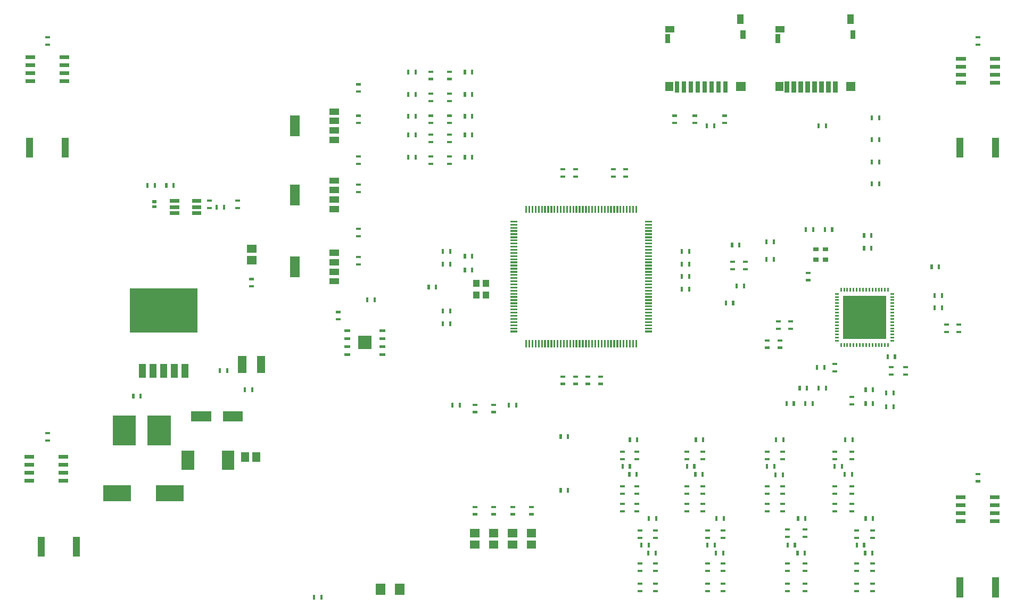
<source format=gbr>
G04 start of page 15 for group -4015 idx -4015 *
G04 Title: DAISI, toppaste *
G04 Creator: pcb 20140316 *
G04 CreationDate: Thu 05 Jul 2018 06:59:21 PM GMT UTC *
G04 For: afonsop *
G04 Format: Gerber/RS-274X *
G04 PCB-Dimensions (mil): 6540.00 4540.00 *
G04 PCB-Coordinate-Origin: lower left *
%MOIN*%
%FSLAX25Y25*%
%LNTOPPASTE*%
%ADD198R,0.0177X0.0177*%
%ADD197R,0.0787X0.0787*%
%ADD196R,0.0630X0.0630*%
%ADD195R,0.0600X0.0600*%
%ADD194R,0.0984X0.0984*%
%ADD193R,0.0512X0.0512*%
%ADD192R,0.0276X0.0276*%
%ADD191R,0.0315X0.0315*%
%ADD190R,0.0256X0.0256*%
%ADD189C,0.0001*%
%ADD188R,0.0100X0.0100*%
%ADD187R,0.0236X0.0236*%
%ADD186R,0.0197X0.0197*%
%ADD185R,0.1450X0.1450*%
%ADD184R,0.0512X0.0512*%
%ADD183R,0.0591X0.0591*%
%ADD182R,0.0394X0.0394*%
%ADD181R,0.0433X0.0433*%
%ADD180R,0.0236X0.0236*%
%ADD179R,0.0140X0.0140*%
%ADD178R,0.0110X0.0110*%
%ADD177R,0.2752X0.2752*%
%ADD176R,0.0421X0.0421*%
G54D176*X94882Y214000D02*Y209709D01*
X101575Y214000D02*Y209709D01*
X108268Y214000D02*Y209709D01*
X114961Y214000D02*Y209709D01*
X121654Y214000D02*Y209709D01*
G54D177*X100768Y249630D02*X115768D01*
G54D178*X335308Y230485D02*Y227087D01*
X337276Y230485D02*Y227087D01*
X339245Y230485D02*Y227087D01*
X341213Y230485D02*Y227087D01*
X343182Y230485D02*Y227087D01*
X345150Y230485D02*Y227087D01*
X347119Y230485D02*Y227087D01*
X349087Y230485D02*Y227087D01*
X351056Y230485D02*Y227087D01*
X353024Y230485D02*Y227087D01*
X354993Y230485D02*Y227087D01*
X356961Y230485D02*Y227087D01*
X358930Y230485D02*Y227087D01*
X360898Y230485D02*Y227087D01*
X362867Y230485D02*Y227087D01*
X364835Y230485D02*Y227087D01*
X366804Y230485D02*Y227087D01*
X368772Y230485D02*Y227087D01*
X370741Y230485D02*Y227087D01*
X372709Y230485D02*Y227087D01*
X374678Y230485D02*Y227087D01*
X376646Y230485D02*Y227087D01*
X378615Y230485D02*Y227087D01*
X380583Y230485D02*Y227087D01*
X382552Y230485D02*Y227087D01*
X384520Y230485D02*Y227087D01*
X386489Y230485D02*Y227087D01*
X388457Y230485D02*Y227087D01*
X390426Y230485D02*Y227087D01*
X392394Y230485D02*Y227087D01*
X394363Y230485D02*Y227087D01*
X396331Y230485D02*Y227087D01*
X398300Y230485D02*Y227087D01*
X400268Y230485D02*Y227087D01*
X402237Y230485D02*Y227087D01*
X404205Y230485D02*Y227087D01*
X410177Y236458D02*X413575D01*
X410177Y238426D02*X413575D01*
X410177Y240395D02*X413575D01*
X410177Y242363D02*X413575D01*
X410177Y244331D02*X413575D01*
X410177Y246300D02*X413575D01*
X410177Y248269D02*X413575D01*
X410177Y250237D02*X413575D01*
X410177Y252206D02*X413575D01*
X410177Y254174D02*X413575D01*
X410177Y256143D02*X413575D01*
X410177Y258111D02*X413575D01*
X410177Y260080D02*X413575D01*
X410177Y262048D02*X413575D01*
X410177Y264017D02*X413575D01*
X410177Y265985D02*X413575D01*
X410177Y267954D02*X413575D01*
X410177Y269922D02*X413575D01*
X410177Y271891D02*X413575D01*
X410177Y273859D02*X413575D01*
X410177Y275828D02*X413575D01*
X410177Y277796D02*X413575D01*
X410177Y279765D02*X413575D01*
X410177Y281733D02*X413575D01*
X410177Y283702D02*X413575D01*
X410177Y285670D02*X413575D01*
X410177Y287639D02*X413575D01*
X410177Y289607D02*X413575D01*
X410177Y291576D02*X413575D01*
X410177Y293544D02*X413575D01*
X410177Y295513D02*X413575D01*
X410177Y297481D02*X413575D01*
X410177Y299450D02*X413575D01*
X410177Y301418D02*X413575D01*
X410177Y303387D02*X413575D01*
X410177Y305355D02*X413575D01*
X404204Y314724D02*Y311327D01*
X402236Y314724D02*Y311327D01*
X400267Y314724D02*Y311327D01*
X398299Y314724D02*Y311327D01*
X396330Y314724D02*Y311327D01*
X394362Y314724D02*Y311327D01*
X392393Y314724D02*Y311327D01*
X390425Y314724D02*Y311327D01*
X388456Y314724D02*Y311327D01*
X386488Y314724D02*Y311327D01*
X384519Y314724D02*Y311327D01*
X382551Y314724D02*Y311327D01*
X380582Y314724D02*Y311327D01*
X378614Y314724D02*Y311327D01*
X376645Y314724D02*Y311327D01*
X374677Y314724D02*Y311327D01*
X372708Y314724D02*Y311327D01*
X370740Y314724D02*Y311327D01*
X368771Y314724D02*Y311327D01*
X366803Y314724D02*Y311327D01*
X364834Y314724D02*Y311327D01*
X362866Y314724D02*Y311327D01*
X360897Y314724D02*Y311327D01*
X358929Y314724D02*Y311327D01*
X356960Y314724D02*Y311327D01*
X354992Y314724D02*Y311327D01*
X353023Y314724D02*Y311327D01*
X351055Y314724D02*Y311327D01*
X349086Y314724D02*Y311327D01*
X347118Y314724D02*Y311327D01*
X345149Y314724D02*Y311327D01*
X343181Y314724D02*Y311327D01*
X341212Y314724D02*Y311327D01*
X339244Y314724D02*Y311327D01*
X337275Y314724D02*Y311327D01*
X335307Y314724D02*Y311327D01*
X325937Y305354D02*X329335D01*
X325937Y303386D02*X329335D01*
X325937Y301417D02*X329335D01*
X325937Y299449D02*X329335D01*
X325937Y297480D02*X329335D01*
X325937Y295512D02*X329335D01*
X325937Y293543D02*X329335D01*
X325937Y291575D02*X329335D01*
X325937Y289606D02*X329335D01*
X325937Y287638D02*X329335D01*
X325937Y285669D02*X329335D01*
X325937Y283701D02*X329335D01*
X325937Y281731D02*X329335D01*
X325937Y279764D02*X329335D01*
X325937Y277795D02*X329335D01*
X325937Y275827D02*X329335D01*
X325937Y273858D02*X329335D01*
X325937Y271890D02*X329335D01*
X325937Y269921D02*X329335D01*
X325937Y267953D02*X329335D01*
X325937Y265984D02*X329335D01*
X325937Y264016D02*X329335D01*
X325937Y262047D02*X329335D01*
X325937Y260079D02*X329335D01*
X325937Y258110D02*X329335D01*
X325937Y256142D02*X329335D01*
X325937Y254173D02*X329335D01*
X325937Y252205D02*X329335D01*
X325937Y250236D02*X329335D01*
X325937Y248268D02*X329335D01*
X325937Y246299D02*X329335D01*
X325937Y244331D02*X329335D01*
X325937Y242362D02*X329335D01*
X325937Y240394D02*X329335D01*
X325937Y238425D02*X329335D01*
X325937Y236457D02*X329335D01*
G54D179*X432739Y287477D02*Y285877D01*
X437339Y287477D02*Y285877D01*
X207024Y70942D02*Y69342D01*
X202424Y70942D02*Y69342D01*
X617310Y142645D02*X618910D01*
X617310Y147245D02*X618910D01*
G54D180*X605610Y132760D02*X609350D01*
X605610Y127760D02*X609350D01*
X605610Y122760D02*X609350D01*
X605610Y117760D02*X609350D01*
X626870D02*X630610D01*
X626870Y122760D02*X630610D01*
X626870Y127760D02*X630610D01*
X626870Y132760D02*X630610D01*
G54D181*X629134Y80181D02*Y71913D01*
X607087Y80181D02*Y71913D01*
G54D179*X229515Y278472D02*X231115D01*
X229515Y283072D02*X231115D01*
X229515Y296188D02*X231115D01*
X229515Y300788D02*X231115D01*
G54D182*X214173Y267976D02*X216142D01*
X214173Y273882D02*X216142D01*
X214173Y279787D02*X216142D01*
X214173Y285693D02*X216142D01*
G54D183*X190354Y280378D02*Y273291D01*
G54D182*X214173Y313252D02*X216142D01*
X214173Y319157D02*X216142D01*
X214173Y325063D02*X216142D01*
X214173Y330969D02*X216142D01*
G54D183*X190354Y325654D02*Y318567D01*
G54D182*X214173Y356559D02*X216142D01*
X214173Y362465D02*X216142D01*
X214173Y368370D02*X216142D01*
X214173Y374276D02*X216142D01*
G54D183*X190354Y368961D02*Y361874D01*
G54D179*X162586Y269292D02*X164186D01*
X162586Y264692D02*X164186D01*
G54D184*X162993Y281166D02*X163779D01*
X162993Y288252D02*X163779D01*
G54D179*X147969Y212674D02*Y211074D01*
X143369Y212674D02*Y211074D01*
G54D185*X105388Y176472D02*Y172472D01*
X83588Y176472D02*Y172472D01*
G54D179*X163717Y200863D02*Y199263D01*
X159117Y200863D02*Y199263D01*
X229515Y323747D02*X231115D01*
X229515Y328347D02*X231115D01*
X229515Y341464D02*X231115D01*
X229515Y346064D02*X231115D01*
X229515Y367054D02*X231115D01*
X229515Y371654D02*X231115D01*
X229515Y386739D02*X231115D01*
X229515Y391339D02*X231115D01*
G54D186*X101969Y317779D02*X102755D01*
X101969Y314631D02*X102755D01*
G54D179*X98094Y328816D02*Y327216D01*
X102694Y328816D02*Y327216D01*
X109905Y328816D02*Y327216D01*
X114505Y328816D02*Y327216D01*
G54D187*X113385Y318173D02*X116929D01*
X113385Y314433D02*X116929D01*
X113385Y310693D02*X116929D01*
X127165Y310692D02*X130709D01*
X127165Y314433D02*X130709D01*
X127164Y318173D02*X130708D01*
G54D179*X356952Y137871D02*Y136271D01*
X361552Y137871D02*Y136271D01*
G54D182*X304134Y266992D02*Y266598D01*
Y259512D02*Y259118D01*
X310039Y259512D02*Y259118D01*
Y266992D02*Y266598D01*
G54D188*X563886Y230575D02*X565248D01*
X563886Y232543D02*X565248D01*
X563886Y234512D02*X565248D01*
X563886Y236480D02*X565248D01*
X563886Y238449D02*X565248D01*
X563886Y240417D02*X565248D01*
X563886Y242386D02*X565248D01*
X563886Y244354D02*X565248D01*
X563886Y246323D02*X565248D01*
X563886Y248291D02*X565248D01*
X563886Y250260D02*X565248D01*
X563886Y252228D02*X565248D01*
X563886Y254197D02*X565248D01*
X563886Y256165D02*X565248D01*
X563886Y258134D02*X565248D01*
X563886Y260102D02*X565248D01*
X529240D02*X530602D01*
X529240Y258134D02*X530602D01*
X529240Y256165D02*X530602D01*
X529240Y254197D02*X530602D01*
X529240Y252228D02*X530602D01*
X529240Y250260D02*X530602D01*
X529240Y248291D02*X530602D01*
X529240Y246323D02*X530602D01*
X529240Y244354D02*X530602D01*
X529240Y242386D02*X530602D01*
X529240Y240417D02*X530602D01*
X529240Y238449D02*X530602D01*
X529240Y236480D02*X530602D01*
X529240Y234512D02*X530602D01*
X529240Y232543D02*X530602D01*
X529240Y230575D02*X530602D01*
X562008Y263343D02*Y261980D01*
X560039Y263343D02*Y261980D01*
X558071Y263343D02*Y261980D01*
X556102Y263343D02*Y261980D01*
X554134Y263343D02*Y261980D01*
X552165Y263343D02*Y261980D01*
X550197Y263343D02*Y261980D01*
X548228Y263343D02*Y261980D01*
X546260Y263343D02*Y261980D01*
X544291Y263343D02*Y261980D01*
X542323Y263343D02*Y261980D01*
X540354Y263343D02*Y261980D01*
X538386Y263343D02*Y261980D01*
X536417Y263343D02*Y261980D01*
X534449Y263343D02*Y261980D01*
X532480Y263343D02*Y261980D01*
Y228697D02*Y227335D01*
X534449Y228697D02*Y227335D01*
X536417Y228697D02*Y227335D01*
X538386Y228697D02*Y227335D01*
X540354Y228697D02*Y227335D01*
X542323Y228697D02*Y227335D01*
X544291Y228697D02*Y227335D01*
X546260Y228697D02*Y227335D01*
X548228Y228697D02*Y227335D01*
X550197Y228697D02*Y227335D01*
X552165Y228697D02*Y227335D01*
X554134Y228697D02*Y227335D01*
X556102Y228697D02*Y227335D01*
X558071Y228697D02*Y227335D01*
X560039Y228697D02*Y227335D01*
X562008Y228697D02*Y227335D01*
G54D189*G36*
X533858Y258724D02*Y231953D01*
X560630D01*
Y258724D01*
X533858D01*
G37*
G54D179*X432739Y279603D02*Y278003D01*
X437339Y279603D02*Y278003D01*
X432739Y271729D02*Y270129D01*
X437339Y271729D02*Y270129D01*
X432739Y263855D02*Y262255D01*
X437339Y263855D02*Y262255D01*
X365342Y333590D02*X366942D01*
X365342Y338190D02*X366942D01*
X357468Y333590D02*X359068D01*
X357468Y338190D02*X359068D01*
X357468Y203669D02*X359068D01*
X357468Y208269D02*X359068D01*
X365342Y203669D02*X366942D01*
X365342Y208269D02*X366942D01*
X373216Y203669D02*X374816D01*
X373216Y208269D02*X374816D01*
X381090Y203669D02*X382690D01*
X381090Y208269D02*X382690D01*
X296913Y275666D02*Y274066D01*
X301513Y275666D02*Y274066D01*
X283133Y279603D02*Y278003D01*
X287733Y279603D02*Y278003D01*
X283133Y287477D02*Y285877D01*
X287733Y287477D02*Y285877D01*
X283133Y242202D02*Y240602D01*
X287733Y242202D02*Y240602D01*
X283133Y250076D02*Y248476D01*
X287733Y250076D02*Y248476D01*
X329072Y191020D02*Y189420D01*
X324472Y191020D02*Y189420D01*
X293639Y191020D02*Y189420D01*
X289039Y191020D02*Y189420D01*
X314161Y185952D02*X315761D01*
X314161Y190552D02*X315761D01*
X302350Y185952D02*X303950D01*
X302350Y190552D02*X303950D01*
X511011Y273229D02*X512611D01*
X511011Y268629D02*X512611D01*
G54D190*X516240Y287957D02*X517028D01*
X516240Y281461D02*X517028D01*
X522343D02*X523130D01*
X522343Y287957D02*X523130D01*
G54D179*X464898Y254997D02*Y253397D01*
X460298Y254997D02*Y253397D01*
X468835Y291414D02*Y289814D01*
X464235Y291414D02*Y289814D01*
X471788Y265824D02*Y264224D01*
X467188Y265824D02*Y264224D01*
X556434Y371139D02*Y369539D01*
X551834Y371139D02*Y369539D01*
X510495Y301257D02*Y299657D01*
X515095Y301257D02*Y299657D01*
X526906Y301257D02*Y299657D01*
X522306Y301257D02*Y299657D01*
X538570Y195473D02*X540170D01*
X538570Y190873D02*X540170D01*
X485420Y230906D02*X487020D01*
X485420Y226306D02*X487020D01*
X493294Y230906D02*X494894D01*
X493294Y226306D02*X494894D01*
X500184Y242717D02*X501784D01*
X500184Y238117D02*X501784D01*
X492310Y242717D02*X493910D01*
X492310Y238117D02*X493910D01*
X546913Y289446D02*Y287846D01*
X551513Y289446D02*Y287846D01*
X546913Y297320D02*Y295720D01*
X551513Y297320D02*Y295720D01*
X591204Y252044D02*Y250444D01*
X595804Y252044D02*Y250444D01*
X593835Y277635D02*Y276035D01*
X589235Y277635D02*Y276035D01*
X556434Y357359D02*Y355759D01*
X551834Y357359D02*Y355759D01*
X556434Y329800D02*Y328200D01*
X551834Y329800D02*Y328200D01*
X556434Y343580D02*Y341980D01*
X551834Y343580D02*Y341980D01*
X463767Y280119D02*X465367D01*
X463767Y275519D02*X465367D01*
X471641D02*X473241D01*
X471641Y280119D02*X473241D01*
X485889Y282556D02*Y280956D01*
X490489Y282556D02*Y280956D01*
X485889Y293383D02*Y291783D01*
X490489Y293383D02*Y291783D01*
X547897Y192005D02*Y190405D01*
X552497Y192005D02*Y190405D01*
X396838Y333590D02*X398438D01*
X396838Y338190D02*X398438D01*
X388964Y333590D02*X390564D01*
X388964Y338190D02*X390564D01*
X403728Y128544D02*X405328D01*
X403728Y123944D02*X405328D01*
X400259Y169367D02*Y167767D01*
X404859Y169367D02*Y167767D01*
X394869Y161024D02*X396469D01*
X394869Y156424D02*X396469D01*
X394869Y128544D02*X396469D01*
X394869Y123944D02*X396469D01*
X394869Y134771D02*X396469D01*
X394869Y139371D02*X396469D01*
X445066Y128544D02*X446666D01*
X445066Y123944D02*X446666D01*
X435224Y128544D02*X436824D01*
X435224Y123944D02*X436824D01*
X454393Y120154D02*Y118554D01*
X458993Y120154D02*Y118554D01*
X448019Y111812D02*X449619D01*
X448019Y107212D02*X449619D01*
X485420Y128544D02*X487020D01*
X485420Y123944D02*X487020D01*
X491794Y169367D02*Y167767D01*
X496394Y169367D02*Y167767D01*
X495263Y128544D02*X496863D01*
X495263Y123944D02*X496863D01*
X527743Y128544D02*X529343D01*
X527743Y123944D02*X529343D01*
X535102Y169367D02*Y167767D01*
X539702Y169367D02*Y167767D01*
X538570Y128544D02*X540170D01*
X538570Y123944D02*X540170D01*
G54D180*X22933Y408350D02*X26673D01*
X22933Y403350D02*X26673D01*
X22933Y398350D02*X26673D01*
X22933Y393350D02*X26673D01*
X44193D02*X47933D01*
X44193Y398350D02*X47933D01*
X44193Y403350D02*X47933D01*
X44193Y408350D02*X47933D01*
G54D181*X46457Y355772D02*Y347504D01*
X24409Y355772D02*Y347504D01*
X629134Y355772D02*Y347504D01*
X607087Y355772D02*Y347504D01*
G54D179*X617310Y416267D02*X618910D01*
X617310Y420867D02*X618910D01*
G54D180*X605760Y407461D02*X609500D01*
X605760Y402461D02*X609500D01*
X605760Y397461D02*X609500D01*
X605760Y392461D02*X609500D01*
X627020D02*X630760D01*
X627020Y397461D02*X630760D01*
X627020Y402461D02*X630760D01*
X627020Y407461D02*X630760D01*
G54D179*X34633Y416267D02*X36233D01*
X34633Y420867D02*X36233D01*
X301513Y385902D02*Y384302D01*
X296913Y385902D02*Y384302D01*
X266080Y385902D02*Y384302D01*
X261480Y385902D02*Y384302D01*
X286602Y380834D02*X288202D01*
X286602Y385434D02*X288202D01*
X274791Y380834D02*X276391D01*
X274791Y385434D02*X276391D01*
X301513Y372123D02*Y370523D01*
X296913Y372123D02*Y370523D01*
X266080Y372123D02*Y370523D01*
X261480Y372123D02*Y370523D01*
X286602Y367054D02*X288202D01*
X286602Y371654D02*X288202D01*
X274791Y367054D02*X276391D01*
X274791Y371654D02*X276391D01*
X301513Y360312D02*Y358712D01*
X296913Y360312D02*Y358712D01*
X266080Y360312D02*Y358712D01*
X261480Y360312D02*Y358712D01*
X286602Y355243D02*X288202D01*
X286602Y359843D02*X288202D01*
X274791Y355243D02*X276391D01*
X274791Y359843D02*X276391D01*
X301513Y346532D02*Y344932D01*
X296913Y346532D02*Y344932D01*
X266080Y346532D02*Y344932D01*
X261480Y346532D02*Y344932D01*
X286602Y341464D02*X288202D01*
X286602Y346064D02*X288202D01*
X274791Y341464D02*X276391D01*
X274791Y346064D02*X276391D01*
X301513Y399682D02*Y398082D01*
X296913Y399682D02*Y398082D01*
X266080Y399682D02*Y398082D01*
X261480Y399682D02*Y398082D01*
X286602Y394613D02*X288202D01*
X286602Y399213D02*X288202D01*
X274791Y394613D02*X276391D01*
X274791Y399213D02*X276391D01*
X427350Y371654D02*X428950D01*
X427350Y367054D02*X428950D01*
X458846Y371654D02*X460446D01*
X458846Y367054D02*X460446D01*
X440145Y371654D02*X441745D01*
X440145Y367054D02*X441745D01*
G54D182*X469488Y433134D02*Y430969D01*
G54D191*X471063Y423685D02*Y421323D01*
G54D189*G36*
X466732Y392976D02*Y387071D01*
X472638D01*
Y392976D01*
X466732D01*
G37*
G54D192*X460039Y391598D02*Y387465D01*
X455709Y391598D02*Y387465D01*
X451378Y391598D02*Y387465D01*
X447047Y391598D02*Y387465D01*
X442717Y391598D02*Y387465D01*
X438386Y391598D02*Y387465D01*
X434055Y391598D02*Y387465D01*
X429724Y391598D02*Y387465D01*
G54D193*X425000Y390417D02*Y389630D01*
G54D191*X424016Y421323D02*Y418567D01*
G54D182*X424409Y425850D02*X426181D01*
X538386Y433134D02*Y430969D01*
G54D191*X539961Y423685D02*Y421323D01*
G54D189*G36*
X535630Y392976D02*Y387071D01*
X541535D01*
Y392976D01*
X535630D01*
G37*
G54D192*X528937Y391598D02*Y387465D01*
X524606Y391598D02*Y387465D01*
X520276Y391598D02*Y387465D01*
X515945Y391598D02*Y387465D01*
X511614Y391598D02*Y387465D01*
X507283Y391598D02*Y387465D01*
X502953Y391598D02*Y387465D01*
X498622Y391598D02*Y387465D01*
G54D193*X493898Y390417D02*Y389630D01*
G54D191*X492913Y421323D02*Y418567D01*
G54D182*X493307Y425850D02*X495079D01*
G54D179*X34633Y168235D02*X36233D01*
X34633Y172835D02*X36233D01*
G54D180*X22213Y157889D02*X25953D01*
X22213Y152889D02*X25953D01*
X22213Y147889D02*X25953D01*
X22213Y142889D02*X25953D01*
X43472D02*X47213D01*
X43472Y147889D02*X47213D01*
X43472Y152889D02*X47213D01*
X43472Y157889D02*X47213D01*
G54D181*X53543Y105772D02*Y97504D01*
X31496Y105772D02*Y97504D01*
G54D179*X89235Y196926D02*Y195326D01*
X93835Y196926D02*Y195326D01*
G54D194*X108465Y135102D02*X115945D01*
X75394D02*X82874D01*
G54D195*X244094Y75563D02*Y74563D01*
X256094Y75563D02*Y74563D01*
G54D179*X356952Y171335D02*Y169735D01*
X361552Y171335D02*Y169735D01*
G54D184*X159253Y158133D02*Y157347D01*
X166339Y158133D02*Y157347D01*
G54D179*X591204Y259918D02*Y258318D01*
X595804Y259918D02*Y258318D01*
X605499Y240749D02*X607099D01*
X605499Y236149D02*X607099D01*
X597625Y240749D02*X599225D01*
X597625Y236149D02*X599225D01*
X547897Y200863D02*Y199263D01*
X552497Y200863D02*Y199263D01*
X522969Y201847D02*Y200247D01*
X518369Y201847D02*Y200247D01*
X511158Y201847D02*Y200247D01*
X506558Y201847D02*Y200247D01*
X527743Y216143D02*X529343D01*
X527743Y211543D02*X529343D01*
X521985Y214643D02*Y213043D01*
X517385Y214643D02*Y213043D01*
G54D184*X157481Y218566D02*Y213056D01*
X169291Y218566D02*Y213056D01*
G54D196*X148425Y183331D02*X154724D01*
X128740D02*X135039D01*
G54D197*X123425Y157740D02*Y153803D01*
X148622Y157740D02*Y153803D01*
G54D179*X296913Y284524D02*Y282924D01*
X301513Y284524D02*Y282924D01*
X400269Y152635D02*Y151035D01*
X395669Y152635D02*Y151035D01*
X399928Y147713D02*Y146113D01*
X404528Y147713D02*Y146113D01*
X403728Y161024D02*X405328D01*
X403728Y156424D02*X405328D01*
X412080Y103422D02*Y101822D01*
X407480Y103422D02*Y101822D01*
X411739Y98501D02*Y96901D01*
X416339Y98501D02*Y96901D01*
X440624Y152635D02*Y151035D01*
X436024Y152635D02*Y151035D01*
X441266Y147713D02*Y146113D01*
X445866Y147713D02*Y146113D01*
X453419Y103422D02*Y101822D01*
X448819Y103422D02*Y101822D01*
X454061Y98501D02*Y96901D01*
X458661Y98501D02*Y96901D01*
X457861Y111812D02*X459461D01*
X457861Y107212D02*X459461D01*
X534770Y147713D02*Y146113D01*
X539370Y147713D02*Y146113D01*
X533143Y152635D02*Y151035D01*
X528543Y152635D02*Y151035D01*
X490820Y152635D02*Y151035D01*
X486220Y152635D02*Y151035D01*
X491542Y147438D02*Y145838D01*
X496142Y147438D02*Y145838D01*
X503616Y103422D02*Y101822D01*
X499016Y103422D02*Y101822D01*
X547565Y98501D02*Y96901D01*
X552165Y98501D02*Y96901D01*
X505243Y98501D02*Y96901D01*
X509843Y98501D02*Y96901D01*
X546923Y103422D02*Y101822D01*
X542323Y103422D02*Y101822D01*
X403728Y134771D02*X405328D01*
X403728Y139371D02*X405328D01*
X415539Y78347D02*X417139D01*
X415539Y73747D02*X417139D01*
X415539Y86543D02*X417139D01*
X415539Y91143D02*X417139D01*
X412070Y120154D02*Y118554D01*
X416670Y120154D02*Y118554D01*
X415539Y111812D02*X417139D01*
X415539Y107212D02*X417139D01*
X441598Y169367D02*Y167767D01*
X446198Y169367D02*Y167767D01*
X435224Y161024D02*X436824D01*
X435224Y156424D02*X436824D01*
X445066Y161024D02*X446666D01*
X445066Y156424D02*X446666D01*
X435224Y134771D02*X436824D01*
X435224Y139371D02*X436824D01*
X445066Y134771D02*X446666D01*
X445066Y139371D02*X446666D01*
X457861Y78347D02*X459461D01*
X457861Y73747D02*X459461D01*
X448019Y78347D02*X449619D01*
X448019Y73747D02*X449619D01*
X448019Y86543D02*X449619D01*
X448019Y91143D02*X449619D01*
X457861Y86543D02*X459461D01*
X457861Y91143D02*X459461D01*
X498216Y78347D02*X499816D01*
X498216Y73747D02*X499816D01*
X509043Y78347D02*X510643D01*
X509043Y73747D02*X510643D01*
X498216Y86543D02*X499816D01*
X498216Y91143D02*X499816D01*
X509043Y86543D02*X510643D01*
X509043Y91143D02*X510643D01*
X505574Y120154D02*Y118554D01*
X510174Y120154D02*Y118554D01*
X498216Y112465D02*X499816D01*
X498216Y107865D02*X499816D01*
X509043Y112465D02*X510643D01*
X509043Y107865D02*X510643D01*
X541523Y78347D02*X543123D01*
X541523Y73747D02*X543123D01*
X541523Y86543D02*X543123D01*
X541523Y91143D02*X543123D01*
X551365Y78347D02*X552965D01*
X551365Y73747D02*X552965D01*
X551365Y86543D02*X552965D01*
X551365Y91143D02*X552965D01*
X541523Y111812D02*X543123D01*
X541523Y107212D02*X543123D01*
X547897Y120154D02*Y118554D01*
X552497Y120154D02*Y118554D01*
X551365Y111812D02*X552965D01*
X551365Y107212D02*X552965D01*
X485420Y161024D02*X487020D01*
X485420Y156424D02*X487020D01*
X495263Y161024D02*X496863D01*
X495263Y156424D02*X496863D01*
X485420Y134771D02*X487020D01*
X485420Y139371D02*X487020D01*
X495263Y134771D02*X496863D01*
X495263Y139371D02*X496863D01*
X527743Y134771D02*X529343D01*
X527743Y139371D02*X529343D01*
X538570Y134771D02*X540170D01*
X538570Y139371D02*X540170D01*
X527743Y161024D02*X529343D01*
X527743Y156424D02*X529343D01*
X538570Y161024D02*X540170D01*
X538570Y156424D02*X540170D01*
X502953Y192005D02*Y190405D01*
X498353Y192005D02*Y190405D01*
X514764Y192005D02*Y190405D01*
X510164Y192005D02*Y190405D01*
X405696Y78347D02*X407296D01*
X405696Y73747D02*X407296D01*
X405696Y86543D02*X407296D01*
X405696Y91143D02*X407296D01*
X405696Y111812D02*X407296D01*
X405696Y107212D02*X407296D01*
G54D198*X222343Y237091D02*X224114D01*
X222343Y232091D02*X224114D01*
X222343Y227091D02*X224114D01*
X222343Y222091D02*X224114D01*
X244390D02*X246161D01*
X244390Y227091D02*X246161D01*
X244390Y232091D02*X246161D01*
X244390Y237091D02*X246161D01*
G54D189*G36*
X230118Y233724D02*Y225457D01*
X238386D01*
Y233724D01*
X230118D01*
G37*
G54D179*X448487Y366217D02*Y364617D01*
X453087Y366217D02*Y364617D01*
X518369Y366217D02*Y364617D01*
X522969Y366217D02*Y364617D01*
X240489Y256965D02*Y255365D01*
X235889Y256965D02*Y255365D01*
X216720Y244023D02*X218320D01*
X216720Y248623D02*X218320D01*
X274275Y265194D02*Y263594D01*
X278875Y265194D02*Y263594D01*
X136011Y313905D02*X137611D01*
X136011Y318505D02*X137611D01*
X153728Y313905D02*X155328D01*
X153728Y318505D02*X155328D01*
X141401Y315036D02*Y313436D01*
X146001Y315036D02*Y313436D01*
X302350Y121976D02*X303950D01*
X302350Y126576D02*X303950D01*
X337783Y121976D02*X339383D01*
X337783Y126576D02*X339383D01*
X325972Y121976D02*X327572D01*
X325972Y126576D02*X327572D01*
X314161Y121976D02*X315761D01*
X314161Y126576D02*X315761D01*
G54D184*X302757Y103016D02*X303543D01*
X302757Y110102D02*X303543D01*
X338190Y103016D02*X338976D01*
X338190Y110102D02*X338976D01*
X326379Y103016D02*X327165D01*
X326379Y110102D02*X327165D01*
X314568Y103016D02*X315354D01*
X314568Y110102D02*X315354D01*
G54D179*X566276Y221532D02*Y219932D01*
X561676Y221532D02*Y219932D01*
X572035Y214174D02*X573635D01*
X572035Y209574D02*X573635D01*
X563176Y214174D02*X564776D01*
X563176Y209574D02*X564776D01*
X565292Y198894D02*Y197294D01*
X560692Y198894D02*Y197294D01*
X565292Y190036D02*Y188436D01*
X560692Y190036D02*Y188436D01*
M02*

</source>
